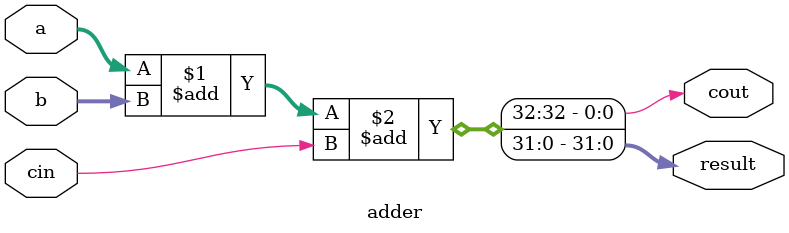
<source format=v>
module adder (
    input  wire [31:0] a,
    input  wire [31:0] b,
    input  wire cin,
    output wire [31:0] result,
    output wire cout
);
    assign {cout, result} = a + b + cin;
endmodule

</source>
